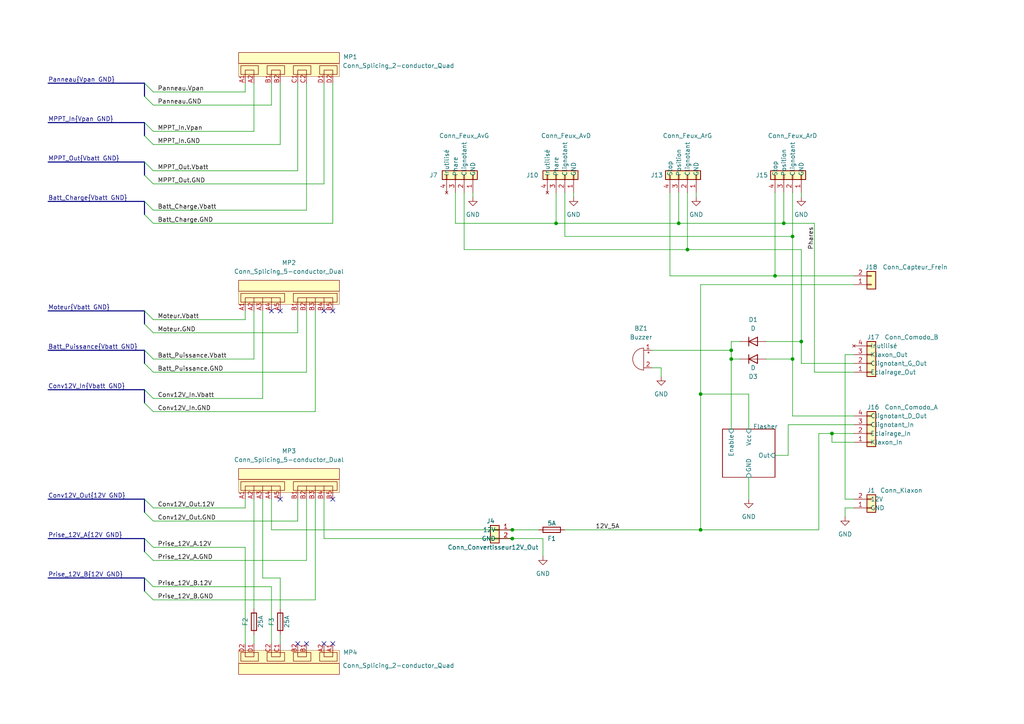
<source format=kicad_sch>
(kicad_sch (version 20211123) (generator eeschema)
  (paper "A4")
  (title_block (title "Boitier électrique vhéliotech") (date "2025-01-08") (company "Vélo solaire pour tous") (comment 1 "Licence CERN-OHL-S version 2"))
  (lib_symbols
    (symbol "Conn_Feux_Arriere_1" (pin_names (offset 1.016))
      (property "Reference" "J" (at 0 5.08 0))
      (property "Value" "Conn_Feux_Arriere_1" (at 0 -7.62 0))
      (symbol "Conn_Feux_Arriere_1_1_1"
        (rectangle (start -1.27 -4.953) (end 0 -5.207) (stroke (width 0.1524)))
        (rectangle (start -1.27 -2.413) (end 0 -2.667) (stroke (width 0.1524)))
        (rectangle (start -1.27 0.127) (end 0 -0.127) (stroke (width 0.1524)))
        (rectangle (start -1.27 2.667) (end 0 2.413) (stroke (width 0.1524)))
        (rectangle (start -1.27 3.81) (end 1.27 -6.35) (stroke (width 0.254)) (fill (type background)))
        (pin power_in line (at -5.08 2.54 0) (length 3.81) (name "GND") (number "1"))
        (pin passive line (at -5.08 0 0) (length 3.81) (name "Clignotant") (number "2"))
        (pin passive line (at -5.08 -2.54 0) (length 3.81) (name "Position") (number "3"))
        (pin passive line (at -5.08 -5.08 0) (length 3.81) (name "Stop") (number "4"))
      )
    )
    (symbol "Conn_Feux_Avant_1" (pin_names (offset 1.016))
      (property "Reference" "J" (at 0 5.08 0))
      (property "Value" "Conn_Feux_Avant_1" (at 0 -7.62 0))
      (symbol "Conn_Feux_Avant_1_1_1"
        (rectangle (start -1.27 -4.953) (end 0 -5.207) (stroke (width 0.1524)))
        (rectangle (start -1.27 -2.413) (end 0 -2.667) (stroke (width 0.1524)))
        (rectangle (start -1.27 0.127) (end 0 -0.127) (stroke (width 0.1524)))
        (rectangle (start -1.27 2.667) (end 0 2.413) (stroke (width 0.1524)))
        (rectangle (start -1.27 3.81) (end 1.27 -6.35) (stroke (width 0.254)) (fill (type background)))
        (pin power_in line (at -5.08 2.54 0) (length 3.81) (name "GND") (number "1"))
        (pin passive line (at -5.08 0 0) (length 3.81) (name "Clignotant") (number "2"))
        (pin passive line (at -5.08 -2.54 0) (length 3.81) (name "Phare") (number "3"))
        (pin no_connect line (at -5.08 -5.08 0) (length 3.81) (name "Inutilisé") (number "4"))
      )
    )
    (symbol "Connector_Generic:Conn_01x02" (pin_names (offset 1.016) hide)
      (property "Reference" "J" (at 0 2.54 0))
      (property "Value" "Conn_01x02" (at 0 -5.08 0))
      (symbol "Conn_01x02_1_1"
        (rectangle (start -1.27 -2.413) (end 0 -2.667) (stroke (width 0.1524)))
        (rectangle (start -1.27 0.127) (end 0 -0.127) (stroke (width 0.1524)))
        (rectangle (start -1.27 1.27) (end 1.27 -3.81) (stroke (width 0.254)) (fill (type background)))
        (pin passive line (at -5.08 0 0) (length 3.81) (name "Pin_1") (number "1"))
        (pin passive line (at -5.08 -2.54 0) (length 3.81) (name "Pin_2") (number "2"))
      )
    )
    (symbol "Device:Buzzer" (pin_names (offset 0.0254) hide)
      (property "Reference" "BZ" (at 3.81 1.27 0))
      (property "Value" "Buzzer" (at 3.81 -1.27 0))
      (symbol "Buzzer_0_1"
        (arc (start 0 -3.175) (mid 3.175 0) (end 0 3.175))
        (polyline (pts (xy -1.651 1.905) (xy -1.143 1.905)))
        (polyline (pts (xy -1.397 2.159) (xy -1.397 1.651)))
        (polyline (pts (xy 0 3.175) (xy 0 -3.175)))
      )
      (symbol "Buzzer_1_1"
        (pin passive line (at -2.54 2.54 0) (length 2.54) (name "-") (number "1"))
        (pin passive line (at -2.54 -2.54 0) (length 2.54) (name "+") (number "2"))
      )
    )
    (symbol "Device:D" (pin_numbers hide) (pin_names (offset 1.016) hide)
      (property "Reference" "D" (at 0 2.54 0))
      (property "Value" "D" (at 0 -2.54 0))
      (symbol "D_0_1"
        (polyline (pts (xy -1.27 1.27) (xy -1.27 -1.27)) (stroke (width 0.254)))
        (polyline (pts (xy 1.27 0) (xy -1.27 0)))
        (polyline (pts (xy 1.27 1.27) (xy 1.27 -1.27) (xy -1.27 0) (xy 1.27 1.27)) (stroke (width 0.254)))
      )
      (symbol "D_1_1"
        (pin passive line (at -3.81 0 0) (length 2.54) (name "K") (number "1"))
        (pin passive line (at 3.81 0 180) (length 2.54) (name "A") (number "2"))
      )
    )
    (symbol "circuit:Conn_Comodo_A" (pin_names (offset 1.016))
      (property "Reference" "J" (at 0 5.08 0))
      (property "Value" "Conn_Comodo_A" (at 0 -7.62 0))
      (symbol "Conn_Comodo_A_1_1"
        (rectangle (start -1.27 -4.953) (end 0 -5.207) (stroke (width 0.1524)))
        (rectangle (start -1.27 -2.413) (end 0 -2.667) (stroke (width 0.1524)))
        (rectangle (start -1.27 0.127) (end 0 -0.127) (stroke (width 0.1524)))
        (rectangle (start -1.27 2.667) (end 0 2.413) (stroke (width 0.1524)))
        (rectangle (start -1.27 3.81) (end 1.27 -6.35) (stroke (width 0.254)) (fill (type background)))
        (pin passive line (at -5.08 2.54 0) (length 3.81) (name "Klaxon_In") (number "1"))
        (pin passive line (at -5.08 0 0) (length 3.81) (name "Eclairage_In") (number "2"))
        (pin passive line (at -5.08 -2.54 0) (length 3.81) (name "Clignotant_In") (number "3"))
        (pin passive line (at -5.08 -5.08 0) (length 3.81) (name "Clignotant_D_Out") (number "4"))
      )
    )
    (symbol "circuit:Conn_Comodo_B" (pin_names (offset 1.016))
      (property "Reference" "J" (at 0 5.08 0))
      (property "Value" "Conn_Comodo_B" (at 0 -7.62 0))
      (symbol "Conn_Comodo_B_1_1"
        (rectangle (start -1.27 -4.953) (end 0 -5.207) (stroke (width 0.1524)))
        (rectangle (start -1.27 -2.413) (end 0 -2.667) (stroke (width 0.1524)))
        (rectangle (start -1.27 0.127) (end 0 -0.127) (stroke (width 0.1524)))
        (rectangle (start -1.27 2.667) (end 0 2.413) (stroke (width 0.1524)))
        (rectangle (start -1.27 3.81) (end 1.27 -6.35) (stroke (width 0.254)) (fill (type background)))
        (pin passive line (at -5.08 2.54 0) (length 3.81) (name "Eclairage_Out") (number "1"))
        (pin passive line (at -5.08 0 0) (length 3.81) (name "Clignotant_G_Out") (number "2"))
        (pin passive line (at -5.08 -2.54 0) (length 3.81) (name "Klaxon_Out") (number "3"))
        (pin no_connect line (at -5.08 -5.08 0) (length 3.81) (name "Inutilisé") (number "4"))
      )
    )
    (symbol "circuit:Conn_Convertisseur12V_Out" (pin_names (offset 1.016))
      (property "Reference" "J" (at 0 2.54 0))
      (property "Value" "Conn_Convertisseur12V_Out" (at 0 -5.08 0))
      (symbol "Conn_Convertisseur12V_Out_1_1"
        (rectangle (start -1.27 -2.413) (end 0 -2.667) (stroke (width 0.1524)))
        (rectangle (start -1.27 0.127) (end 0 -0.127) (stroke (width 0.1524)))
        (rectangle (start -1.27 1.27) (end 1.27 -3.81) (stroke (width 0.254)) (fill (type background)))
        (pin power_out line (at -5.08 0 0) (length 3.81) (name "12V") (number "1"))
        (pin power_out line (at -5.08 -2.54 0) (length 3.81) (name "GND") (number "2"))
      )
    )
    (symbol "circuit:Conn_Feux_Arriere" (pin_names (offset 1.016))
      (property "Reference" "J" (at 0 5.08 0))
      (property "Value" "Conn_Feux_Arriere" (at 0 -7.62 0))
      (symbol "Conn_Feux_Arriere_1_1"
        (rectangle (start -1.27 -4.953) (end 0 -5.207) (stroke (width 0.1524)))
        (rectangle (start -1.27 -2.413) (end 0 -2.667) (stroke (width 0.1524)))
        (rectangle (start -1.27 0.127) (end 0 -0.127) (stroke (width 0.1524)))
        (rectangle (start -1.27 2.667) (end 0 2.413) (stroke (width 0.1524)))
        (rectangle (start -1.27 3.81) (end 1.27 -6.35) (stroke (width 0.254)) (fill (type background)))
        (pin power_in line (at -5.08 2.54 0) (length 3.81) (name "GND") (number "1"))
        (pin passive line (at -5.08 0 0) (length 3.81) (name "Clignotant") (number "2"))
        (pin passive line (at -5.08 -2.54 0) (length 3.81) (name "Position") (number "3"))
        (pin passive line (at -5.08 -5.08 0) (length 3.81) (name "Stop") (number "4"))
      )
    )
    (symbol "circuit:Conn_Feux_Avant" (pin_names (offset 1.016))
      (property "Reference" "J" (at 0 5.08 0))
      (property "Value" "Conn_Feux_Avant" (at 0 -7.62 0))
      (symbol "Conn_Feux_Avant_1_1"
        (rectangle (start -1.27 -4.953) (end 0 -5.207) (stroke (width 0.1524)))
        (rectangle (start -1.27 -2.413) (end 0 -2.667) (stroke (width 0.1524)))
        (rectangle (start -1.27 0.127) (end 0 -0.127) (stroke (width 0.1524)))
        (rectangle (start -1.27 2.667) (end 0 2.413) (stroke (width 0.1524)))
        (rectangle (start -1.27 3.81) (end 1.27 -6.35) (stroke (width 0.254)) (fill (type background)))
        (pin power_in line (at -5.08 2.54 0) (length 3.81) (name "GND") (number "1"))
        (pin passive line (at -5.08 0 0) (length 3.81) (name "Clignotant") (number "2"))
        (pin passive line (at -5.08 -2.54 0) (length 3.81) (name "Phare") (number "3"))
        (pin no_connect line (at -5.08 -5.08 0) (length 3.81) (name "Inutilisé") (number "4"))
      )
    )
    (symbol "circuit:Conn_Klaxon" (pin_names (offset 1.016))
      (property "Reference" "J" (at 0 2.54 0))
      (property "Value" "Conn_Klaxon" (at 0 -5.08 0))
      (symbol "Conn_Klaxon_1_1"
        (rectangle (start -1.27 -2.413) (end 0 -2.667) (stroke (width 0.1524)))
        (rectangle (start -1.27 0.127) (end 0 -0.127) (stroke (width 0.1524)))
        (rectangle (start -1.27 1.27) (end 1.27 -3.81) (stroke (width 0.254)) (fill (type background)))
        (pin power_in line (at -5.08 0 0) (length 3.81) (name "GND") (number "1"))
        (pin passive line (at -5.08 -2.54 0) (length 3.81) (name "12V") (number "2"))
      )
    )
    (symbol "circuit:Conn_Splicing_2-conductor_Quad"
      (property "Reference" "MP" (at 0.635 11.43 0))
      (property "Value" "Conn_Splicing_2-conductor_Quad" (at 1.27 -21.59 0))
      (symbol "Conn_Splicing_2-conductor_Quad_0_1"
        (rectangle (start -3.175 9.525) (end 0.635 -19.685) (stroke (width 0.01)) (fill (type background)))
        (rectangle (start -2.54 -13.97) (end 0 -19.05))
        (rectangle (start -2.54 -6.35) (end 0 -11.43))
        (rectangle (start -2.54 1.27) (end 0 -3.81))
        (rectangle (start -2.54 8.89) (end 0 3.81))
        (polyline (pts (xy -2.54 -15.24) (xy -1.27 -15.24) (xy -1.27 -17.78) (xy -2.54 -17.78)))
        (polyline (pts (xy -2.54 -7.62) (xy -1.27 -7.62) (xy -1.27 -10.16) (xy -2.54 -10.16)))
        (polyline (pts (xy -2.54 0) (xy -1.27 0) (xy -1.27 -2.54) (xy -2.54 -2.54)))
        (polyline (pts (xy -2.54 7.62) (xy -1.27 7.62) (xy -1.27 5.08) (xy -2.54 5.08)))
        (rectangle (start 0.635 9.525) (end 3.81 -19.685) (fill (type background)))
      )
      (symbol "Conn_Splicing_2-conductor_Quad_1_1"
        (pin passive line (at -5.08 7.62 0) (length 2.54) (name "") (number "A1"))
        (pin passive line (at -5.08 5.08 0) (length 2.54) (name "") (number "A2"))
        (pin passive line (at -5.08 0 0) (length 2.54) (name "") (number "B1"))
        (pin passive line (at -5.08 -2.54 0) (length 2.54) (name "") (number "B2"))
        (pin passive line (at -5.08 -7.62 0) (length 2.54) (name "") (number "C1"))
        (pin passive line (at -5.08 -10.16 0) (length 2.54) (name "") (number "C2"))
        (pin passive line (at -5.08 -15.24 0) (length 2.54) (name "") (number "D1"))
        (pin passive line (at -5.08 -17.78 0) (length 2.54) (name "") (number "D2"))
      )
    )
    (symbol "circuit:Conn_Splicing_5-conductor_Dual"
      (property "Reference" "MP" (at 0.635 11.43 0))
      (property "Value" "Conn_Splicing_5-conductor_Dual" (at 1.27 -21.59 0))
      (symbol "Conn_Splicing_5-conductor_Dual_0_1"
        (rectangle (start -3.175 9.525) (end 0.635 -19.685) (stroke (width 0.01)) (fill (type background)))
        (rectangle (start -2.54 -6.35) (end 0 -19.05))
        (rectangle (start -2.54 8.89) (end 0 -3.81))
        (polyline (pts (xy -1.27 -15.24) (xy -2.54 -15.24)))
        (polyline (pts (xy -1.27 -12.7) (xy -2.54 -12.7)))
        (polyline (pts (xy -1.27 -10.16) (xy -2.54 -10.16)))
        (polyline (pts (xy -1.27 0) (xy -2.54 0)))
        (polyline (pts (xy -1.27 2.54) (xy -2.54 2.54)))
        (polyline (pts (xy -1.27 5.08) (xy -2.54 5.08)))
        (polyline (pts (xy -2.54 -7.62) (xy -1.27 -7.62) (xy -1.27 -17.78) (xy -2.54 -17.78)))
        (polyline (pts (xy -2.54 7.62) (xy -1.27 7.62) (xy -1.27 -2.54) (xy -2.54 -2.54)))
        (rectangle (start 0.635 9.525) (end 3.81 -19.685) (fill (type background)))
      )
      (symbol "Conn_Splicing_5-conductor_Dual_1_1"
        (pin passive line (at -5.08 7.62 0) (length 2.54) (name "") (number "A1"))
        (pin passive line (at -5.08 5.08 0) (length 2.54) (name "") (number "A2"))
        (pin passive line (at -5.08 2.54 0) (length 2.54) (name "") (number "A3"))
        (pin passive line (at -5.08 0 0) (length 2.54) (name "") (number "A4"))
        (pin passive line (at -5.08 -2.54 0) (length 2.54) (name "") (number "A5"))
        (pin passive line (at -5.08 -7.62 0) (length 2.54) (name "") (number "B1"))
        (pin passive line (at -5.08 -10.16 0) (length 2.54) (name "") (number "B2"))
        (pin passive line (at -5.08 -12.7 0) (length 2.54) (name "") (number "B3"))
        (pin passive line (at -5.08 -15.24 0) (length 2.54) (name "") (number "B4"))
        (pin passive line (at -5.08 -17.78 0) (length 2.54) (name "") (number "B5"))
      )
    )
    (symbol "circuit:Fuse" (pin_numbers hide) (pin_names (offset 0))
      (property "Reference" "F" (at 2.032 0 90))
      (property "Value" "Fuse" (at -1.905 0 90))
      (symbol "Fuse_0_1"
        (rectangle (start -0.762 -2.54) (end 0.762 2.54) (stroke (width 0.254)))
        (polyline (pts (xy 0 2.54) (xy 0 -2.54)))
      )
      (symbol "Fuse_1_1"
        (pin passive line (at 0 3.81 270) (length 1.27) (name "~") (number "1"))
        (pin passive line (at 0 -3.81 90) (length 1.27) (name "~") (number "2"))
      )
    )
    (symbol "power:GND" (power) (pin_names (offset 0))
      (property "Value" "GND" (at 0 -3.81 0))
      (symbol "GND_0_1"
        (polyline (pts (xy 0 0) (xy 0 -1.27) (xy 1.27 -1.27) (xy 0 -2.54) (xy -1.27 -1.27) (xy 0 -1.27)))
      )
      (symbol "GND_1_1"
        (pin power_in line (at 0 0 270) (length 0) hide (name "GND") (number "1"))
      )
    )
  )
  (junction (at 148.59 156.21))
  (junction (at 199.39 72.39))
  (junction (at 161.29 64.77))
  (junction (at 196.85 64.77))
  (junction (at 224.79 80.01))
  (junction (at 241.3 125.73))
  (junction (at 229.87 104.14))
  (junction (at 203.2 114.3))
  (junction (at 227.33 64.77))
  (junction (at 212.09 101.6))
  (junction (at 229.87 68.58))
  (junction (at 212.09 104.14))
  (junction (at 203.2 153.67))
  (junction (at 148.59 153.67))
  (junction (at 232.41 99.06))
  (no_connect (at 96.52 186.69))
  (no_connect (at 93.98 90.17))
  (no_connect (at 96.52 144.78))
  (no_connect (at 96.52 90.17))
  (no_connect (at 78.74 90.17))
  (no_connect (at 88.9 186.69))
  (no_connect (at 93.98 186.69))
  (no_connect (at 86.36 186.69))
  (no_connect (at 81.28 144.78))
  (no_connect (at 81.28 90.17))
  (bus_entry (at 41.91 35.56) (size 2.54 2.54))
  (bus_entry (at 41.91 105.41) (size 2.54 2.54))
  (bus_entry (at 41.91 144.78) (size 2.54 2.54))
  (bus_entry (at 41.91 58.42) (size 2.54 2.54))
  (bus_entry (at 41.91 116.84) (size 2.54 2.54))
  (bus_entry (at 41.91 62.23) (size 2.54 2.54))
  (bus_entry (at 41.91 24.13) (size 2.54 2.54))
  (bus_entry (at 41.91 50.8) (size 2.54 2.54))
  (bus_entry (at 41.91 167.64) (size 2.54 2.54))
  (bus_entry (at 41.91 46.99) (size 2.54 2.54))
  (bus_entry (at 41.91 156.21) (size 2.54 2.54))
  (bus_entry (at 41.91 93.98) (size 2.54 2.54))
  (bus_entry (at 41.91 113.03) (size 2.54 2.54))
  (bus_entry (at 41.91 171.45) (size 2.54 2.54))
  (bus_entry (at 41.91 90.17) (size 2.54 2.54))
  (bus_entry (at 41.91 148.59) (size 2.54 2.54))
  (bus_entry (at 41.91 27.94) (size 2.54 2.54))
  (bus_entry (at 41.91 160.02) (size 2.54 2.54))
  (bus_entry (at 41.91 101.6) (size 2.54 2.54))
  (bus_entry (at 41.91 39.37) (size 2.54 2.54))
  (wire (pts (xy 189.23 101.6) (xy 212.09 101.6)))
  (wire (pts (xy 217.17 138.43) (xy 217.17 144.78)))
  (wire (pts (xy 71.12 147.32) (xy 71.12 144.78)))
  (wire (pts (xy 247.65 147.32) (xy 245.11 147.32)))
  (bus (pts (xy 41.91 35.56) (xy 41.91 39.37)))
  (wire (pts (xy 88.9 162.56) (xy 88.9 144.78)))
  (wire (pts (xy 228.6 123.19) (xy 228.6 132.08)))
  (wire (pts (xy 222.25 99.06) (xy 232.41 99.06)))
  (wire (pts (xy 161.29 64.77) (xy 132.08 64.77)))
  (wire (pts (xy 212.09 104.14) (xy 212.09 124.46)))
  (bus (pts (xy 13.97 24.13) (xy 41.91 24.13)))
  (wire (pts (xy 44.45 162.56) (xy 88.9 162.56)))
  (bus (pts (xy 41.91 144.78) (xy 41.91 148.59)))
  (wire (pts (xy 44.45 158.75) (xy 71.12 158.75)))
  (wire (pts (xy 227.33 55.88) (xy 227.33 64.77)))
  (wire (pts (xy 44.45 170.18) (xy 78.74 170.18)))
  (wire (pts (xy 199.39 55.88) (xy 199.39 72.39)))
  (wire (pts (xy 88.9 60.96) (xy 88.9 24.13)))
  (wire (pts (xy 229.87 68.58) (xy 163.83 68.58)))
  (wire (pts (xy 44.45 147.32) (xy 71.12 147.32)))
  (wire (pts (xy 73.66 144.78) (xy 73.66 176.53)))
  (wire (pts (xy 237.49 153.67) (xy 237.49 125.73)))
  (wire (pts (xy 81.28 167.64) (xy 81.28 176.53)))
  (wire (pts (xy 44.45 30.48) (xy 78.74 30.48)))
  (wire (pts (xy 137.16 55.88) (xy 137.16 57.15)))
  (wire (pts (xy 161.29 55.88) (xy 161.29 64.77)))
  (wire (pts (xy 241.3 128.27) (xy 241.3 125.73)))
  (wire (pts (xy 44.45 26.67) (xy 71.12 26.67)))
  (wire (pts (xy 71.12 92.71) (xy 71.12 90.17)))
  (wire (pts (xy 245.11 144.78) (xy 247.65 144.78)))
  (wire (pts (xy 86.36 96.52) (xy 86.36 90.17)))
  (wire (pts (xy 247.65 120.65) (xy 229.87 120.65)))
  (wire (pts (xy 91.44 173.99) (xy 91.44 144.78)))
  (bus (pts (xy 13.97 144.78) (xy 41.91 144.78)))
  (wire (pts (xy 78.74 186.69) (xy 78.74 170.18)))
  (bus (pts (xy 13.97 156.21) (xy 41.91 156.21)))
  (wire (pts (xy 203.2 114.3) (xy 217.17 114.3)))
  (bus (pts (xy 13.97 58.42) (xy 41.91 58.42)))
  (bus (pts (xy 13.97 35.56) (xy 41.91 35.56)))
  (wire (pts (xy 245.11 102.87) (xy 245.11 144.78)))
  (wire (pts (xy 73.66 184.15) (xy 73.66 186.69)))
  (wire (pts (xy 203.2 114.3) (xy 203.2 153.67)))
  (wire (pts (xy 224.79 80.01) (xy 224.79 55.88)))
  (wire (pts (xy 148.59 156.21) (xy 157.48 156.21)))
  (wire (pts (xy 163.83 153.67) (xy 203.2 153.67)))
  (wire (pts (xy 191.77 109.22) (xy 191.77 106.68)))
  (wire (pts (xy 201.93 55.88) (xy 201.93 57.15)))
  (wire (pts (xy 236.22 64.77) (xy 236.22 107.95)))
  (wire (pts (xy 81.28 184.15) (xy 81.28 186.69)))
  (wire (pts (xy 78.74 30.48) (xy 78.74 24.13)))
  (wire (pts (xy 212.09 99.06) (xy 212.09 101.6)))
  (wire (pts (xy 78.74 153.67) (xy 78.74 144.78)))
  (wire (pts (xy 44.45 53.34) (xy 93.98 53.34)))
  (wire (pts (xy 194.31 80.01) (xy 194.31 55.88)))
  (wire (pts (xy 229.87 104.14) (xy 229.87 120.65)))
  (wire (pts (xy 228.6 123.19) (xy 247.65 123.19)))
  (wire (pts (xy 134.62 72.39) (xy 134.62 55.88)))
  (wire (pts (xy 245.11 102.87) (xy 247.65 102.87)))
  (wire (pts (xy 222.25 104.14) (xy 229.87 104.14)))
  (bus (pts (xy 13.97 113.03) (xy 41.91 113.03)))
  (bus (pts (xy 41.91 101.6) (xy 41.91 105.41)))
  (bus (pts (xy 41.91 46.99) (xy 41.91 50.8)))
  (wire (pts (xy 88.9 107.95) (xy 88.9 90.17)))
  (wire (pts (xy 212.09 101.6) (xy 212.09 104.14)))
  (wire (pts (xy 212.09 104.14) (xy 214.63 104.14)))
  (bus (pts (xy 41.91 24.13) (xy 41.91 27.94)))
  (wire (pts (xy 86.36 151.13) (xy 86.36 144.78)))
  (wire (pts (xy 44.45 107.95) (xy 88.9 107.95)))
  (wire (pts (xy 76.2 144.78) (xy 76.2 167.64)))
  (wire (pts (xy 232.41 99.06) (xy 232.41 105.41)))
  (wire (pts (xy 203.2 82.55) (xy 247.65 82.55)))
  (wire (pts (xy 86.36 49.53) (xy 86.36 24.13)))
  (wire (pts (xy 148.59 153.67) (xy 78.74 153.67)))
  (wire (pts (xy 44.45 41.91) (xy 81.28 41.91)))
  (wire (pts (xy 237.49 125.73) (xy 241.3 125.73)))
  (wire (pts (xy 76.2 115.57) (xy 76.2 90.17)))
  (wire (pts (xy 161.29 64.77) (xy 196.85 64.77)))
  (wire (pts (xy 196.85 55.88) (xy 196.85 64.77)))
  (wire (pts (xy 93.98 156.21) (xy 93.98 144.78)))
  (wire (pts (xy 81.28 41.91) (xy 81.28 24.13)))
  (wire (pts (xy 203.2 82.55) (xy 203.2 114.3)))
  (wire (pts (xy 214.63 99.06) (xy 212.09 99.06)))
  (bus (pts (xy 41.91 167.64) (xy 41.91 171.45)))
  (wire (pts (xy 44.45 119.38) (xy 91.44 119.38)))
  (wire (pts (xy 73.66 104.14) (xy 73.66 90.17)))
  (wire (pts (xy 44.45 64.77) (xy 96.52 64.77)))
  (wire (pts (xy 241.3 125.73) (xy 247.65 125.73)))
  (wire (pts (xy 44.45 151.13) (xy 86.36 151.13)))
  (wire (pts (xy 199.39 72.39) (xy 134.62 72.39)))
  (wire (pts (xy 247.65 128.27) (xy 241.3 128.27)))
  (wire (pts (xy 44.45 49.53) (xy 86.36 49.53)))
  (wire (pts (xy 91.44 119.38) (xy 91.44 90.17)))
  (wire (pts (xy 44.45 115.57) (xy 76.2 115.57)))
  (wire (pts (xy 157.48 156.21) (xy 157.48 161.29)))
  (wire (pts (xy 232.41 72.39) (xy 232.41 99.06)))
  (wire (pts (xy 245.11 147.32) (xy 245.11 149.86)))
  (wire (pts (xy 73.66 38.1) (xy 73.66 24.13)))
  (wire (pts (xy 203.2 153.67) (xy 237.49 153.67)))
  (wire (pts (xy 224.79 80.01) (xy 194.31 80.01)))
  (wire (pts (xy 163.83 68.58) (xy 163.83 55.88)))
  (wire (pts (xy 44.45 92.71) (xy 71.12 92.71)))
  (wire (pts (xy 71.12 26.67) (xy 71.12 24.13)))
  (wire (pts (xy 224.79 80.01) (xy 247.65 80.01)))
  (bus (pts (xy 13.97 167.64) (xy 41.91 167.64)))
  (wire (pts (xy 236.22 107.95) (xy 247.65 107.95)))
  (wire (pts (xy 44.45 60.96) (xy 88.9 60.96)))
  (wire (pts (xy 44.45 96.52) (xy 86.36 96.52)))
  (bus (pts (xy 41.91 90.17) (xy 41.91 93.98)))
  (wire (pts (xy 229.87 68.58) (xy 229.87 104.14)))
  (wire (pts (xy 44.45 173.99) (xy 91.44 173.99)))
  (wire (pts (xy 96.52 64.77) (xy 96.52 24.13)))
  (bus (pts (xy 13.97 46.99) (xy 41.91 46.99)))
  (bus (pts (xy 13.97 101.6) (xy 41.91 101.6)))
  (wire (pts (xy 199.39 72.39) (xy 232.41 72.39)))
  (bus (pts (xy 41.91 58.42) (xy 41.91 62.23)))
  (wire (pts (xy 229.87 55.88) (xy 229.87 68.58)))
  (wire (pts (xy 166.37 55.88) (xy 166.37 57.15)))
  (wire (pts (xy 44.45 104.14) (xy 73.66 104.14)))
  (bus (pts (xy 41.91 156.21) (xy 41.91 160.02)))
  (wire (pts (xy 224.79 132.08) (xy 228.6 132.08)))
  (bus (pts (xy 13.97 90.17) (xy 41.91 90.17)))
  (wire (pts (xy 191.77 106.68) (xy 189.23 106.68)))
  (wire (pts (xy 232.41 105.41) (xy 247.65 105.41)))
  (wire (pts (xy 232.41 55.88) (xy 232.41 57.15)))
  (wire (pts (xy 44.45 38.1) (xy 73.66 38.1)))
  (wire (pts (xy 217.17 114.3) (xy 217.17 124.46)))
  (wire (pts (xy 196.85 64.77) (xy 227.33 64.77)))
  (wire (pts (xy 76.2 167.64) (xy 81.28 167.64)))
  (wire (pts (xy 148.59 156.21) (xy 93.98 156.21)))
  (wire (pts (xy 227.33 64.77) (xy 236.22 64.77)))
  (bus (pts (xy 41.91 113.03) (xy 41.91 116.84)))
  (wire (pts (xy 71.12 186.69) (xy 71.12 158.75)))
  (wire (pts (xy 148.59 153.67) (xy 156.21 153.67)))
  (wire (pts (xy 132.08 64.77) (xy 132.08 55.88)))
  (wire (pts (xy 93.98 53.34) (xy 93.98 24.13)))
  (label "Panneau.Vpan" (at 45.72 26.67 0))
  (label "Panneau.GND" (at 45.72 30.48 0))
  (label "Conv12V_In.Vbatt" (at 45.72 115.57 0))
  (label "Batt_Charge{Vbatt GND}" (at 13.97 58.42 0))
  (label "MPPT_Out{Vbatt GND}" (at 13.97 46.99 0))
  (label "Moteur.GND" (at 45.72 96.52 0))
  (label "Batt_Puissance.Vbatt" (at 45.72 104.14 0))
  (label "Panneau{Vpan GND}" (at 13.97 24.13 0))
  (label "Moteur.Vbatt" (at 45.72 92.71 0))
  (label "Phares" (at 236.22 72.39 90))
  (label "Conv12V_Out.GND" (at 45.72 151.13 0))
  (label "Batt_Charge.GND" (at 45.72 64.77 0))
  (label "Conv12V_Out{12V GND}" (at 13.97 144.78 0))
  (label "MPPT_In{Vpan GND}" (at 13.97 35.56 0))
  (label "Batt_Charge.Vbatt" (at 45.72 60.96 0))
  (label "Prise_12V_B{12V GND}" (at 13.97 167.64 0))
  (label "Conv12V_In{Vbatt GND}" (at 13.97 113.03 0))
  (label "Prise_12V_A.GND" (at 45.72 162.56 0))
  (label "MPPT_In.GND" (at 45.72 41.91 0))
  (label "12V_5A" (at 172.72 153.67 0))
  (label "Batt_Puissance.GND" (at 45.72 107.95 0))
  (label "Conv12V_In.GND" (at 45.72 119.38 0))
  (label "Batt_Puissance{Vbatt GND}" (at 13.97 101.6 0))
  (label "Prise_12V_A.12V" (at 45.72 158.75 0))
  (label "Moteur{Vbatt GND}" (at 13.97 90.17 0))
  (label "Prise_12V_A{12V GND}" (at 13.97 156.21 0))
  (label "Prise_12V_B.12V" (at 45.72 170.18 0))
  (label "MPPT_Out.GND" (at 45.72 53.34 0))
  (label "MPPT_Out.Vbatt" (at 45.72 49.53 0))
  (label "MPPT_In.Vpan" (at 45.72 38.1 0))
  (label "Conv12V_Out.12V" (at 45.72 147.32 0))
  (label "Prise_12V_B.GND" (at 45.72 173.99 0))
  (symbol (lib_id "power:GND") (at 245.11 149.86 0) (unit 1)
    (property "Reference" "#PWR0102" (effects hide))
    (property "Value" "GND" (at 245.11 154.94 0))
  )
  (symbol (lib_id "power:GND") (at 157.48 161.29 0) (unit 1)
    (property "Reference" "#PWR0107" (effects hide))
    (property "Value" "GND" (at 157.48 166.37 0))
  )
  (symbol (lib_id "circuit:Conn_Feux_Avant") (at 163.83 50.8 270) (mirror x) (unit 1)
    (property "Reference" "J10" (at 156.21 50.8 90) (effects (justify right)))
    (property "Value" "Conn_Feux_AvD" (at 171.45 39.37 90) (effects (justify right)))
    (property "Footprint" "circuit:TerminalBlock_Wago_2601-3104_1x04_P3.50mm_Vertical" (effects hide))
  )
  (symbol (lib_id "circuit:Fuse") (at 73.66 180.34 180) (unit 1) (on_board no)
    (property "Reference" "F2" (at 71.12 180.34 90))
    (property "Value" "25A" (at 75.565 180.34 90))
    (property "Footprint" "circuit:Littelfuse_FuseHolder_FL1_178.6764.0001" (effects hide))
  )
  (symbol (lib_id "circuit:Conn_Klaxon") (at 252.73 147.32 0) (mirror x) (unit 1)
    (property "Reference" "J1" (at 251.46 142.24 0) (effects (justify left)))
    (property "Value" "Conn_Klaxon" (at 255.27 142.24 0) (effects (justify left)))
    (property "Footprint" "circuit:TerminalBlock_Wago_2601-3102_1x02_P3.50mm_Vertical" (effects hide))
  )
  (symbol (lib_id "Device:D") (at 218.44 99.06 0) (unit 1)
    (property "Reference" "D1" (at 218.44 92.71 0))
    (property "Value" "D" (at 218.44 95.25 0))
    (property "Footprint" "Diode_THT:D_DO-35_SOD27_P7.62mm_Horizontal" (effects hide))
  )
  (symbol (lib_id "power:GND") (at 232.41 57.15 0) (unit 1)
    (property "Reference" "#PWR0103" (effects hide))
    (property "Value" "GND" (at 232.41 62.23 0))
  )
  (symbol (lib_id "circuit:Conn_Splicing_5-conductor_Dual") (at 78.74 85.09 90) (unit 1)
    (property "Reference" "MP2" (at 83.82 76.2 90))
    (property "Value" "Conn_Splicing_5-conductor_Dual" (at 83.82 78.74 90))
    (property "Footprint" "circuit:Wago_221-500_SplicingConnectorHolder" (effects hide))
  )
  (symbol (lib_name "Conn_Feux_Arriere_1") (lib_id "circuit:Conn_Feux_Arriere") (at 199.39 50.8 270) (mirror x) (unit 1)
    (property "Reference" "J13" (at 190.5 50.8 90))
    (property "Value" "Conn_Feux_ArG" (at 199.39 39.37 90))
    (property "Footprint" "circuit:TerminalBlock_Wago_2601-3104_1x04_P3.50mm_Vertical" (effects hide))
  )
  (symbol (lib_id "Device:Buzzer") (at 186.69 104.14 0) (mirror y) (unit 1)
    (property "Reference" "BZ1" (at 185.928 95.25 0))
    (property "Value" "Buzzer" (at 185.928 97.79 0))
    (property "Footprint" "circuit:Buzzer_25x16_12.5" (effects hide))
  )
  (symbol (lib_id "circuit:Conn_Convertisseur12V_Out") (at 143.51 153.67 0) (mirror y) (unit 1)
    (property "Reference" "J4" (at 143.51 151.13 0) (effects (justify left)))
    (property "Value" "Conn_Convertisseur12V_Out" (at 156.21 158.75 0) (effects (justify left)))
    (property "Footprint" "circuit:TerminalBlock_Wago_2601-3102_1x02_P3.50mm_Vertical" (effects hide))
  )
  (symbol (lib_id "circuit:Conn_Splicing_2-conductor_Quad") (at 78.74 19.05 90) (unit 1)
    (property "Reference" "MP1" (at 101.6 16.51 90))
    (property "Value" "Conn_Splicing_2-conductor_Quad" (at 115.57 19.05 90))
    (property "Footprint" "circuit:Wago_221-500_SplicingConnectorHolder" (effects hide))
  )
  (symbol (lib_id "circuit:Conn_Comodo_A") (at 252.73 125.73 0) (mirror x) (unit 1)
    (property "Reference" "J16" (at 251.46 118.11 0) (effects (justify left)))
    (property "Value" "Conn_Comodo_A" (at 256.54 118.11 0) (effects (justify left)))
    (property "Footprint" "circuit:TerminalBlock_Wago_2601-3104_1x04_P3.50mm_Vertical" (effects hide))
  )
  (symbol (lib_id "circuit:Conn_Splicing_5-conductor_Dual") (at 78.74 139.7 90) (unit 1)
    (property "Reference" "MP3" (at 83.82 130.81 90))
    (property "Value" "Conn_Splicing_5-conductor_Dual" (at 83.82 133.35 90))
    (property "Footprint" "circuit:Wago_221-500_SplicingConnectorHolder" (effects hide))
  )
  (symbol (lib_id "power:GND") (at 191.77 109.22 0) (unit 1)
    (property "Reference" "#PWR01" (effects hide))
    (property "Value" "GND" (at 191.77 114.3 0))
  )
  (symbol (lib_id "circuit:Conn_Comodo_B") (at 252.73 105.41 0) (mirror x) (unit 1)
    (property "Reference" "J17" (at 251.46 97.79 0) (effects (justify left)))
    (property "Value" "Conn_Comodo_B" (at 256.54 97.79 0) (effects (justify left)))
    (property "Footprint" "circuit:TerminalBlock_Wago_2601-3104_1x04_P3.50mm_Vertical" (effects hide))
  )
  (symbol (lib_id "circuit:Fuse") (at 160.02 153.67 270) (unit 1)
    (property "Reference" "F1" (at 160.02 156.21 90))
    (property "Value" "5A" (at 160.02 151.765 90))
    (property "Footprint" "circuit:Generic_FuseHolder_MINI" (effects hide))
  )
  (symbol (lib_id "circuit:Fuse") (at 81.28 180.34 180) (unit 1) (on_board no)
    (property "Reference" "F3" (at 78.74 180.34 90))
    (property "Value" "25A" (at 83.185 180.34 90))
    (property "Footprint" "circuit:Littelfuse_FuseHolder_FL1_178.6764.0001" (effects hide))
  )
  (symbol (lib_id "power:GND") (at 201.93 57.15 0) (unit 1)
    (property "Reference" "#PWR0104" (effects hide))
    (property "Value" "GND" (at 201.93 62.23 0))
  )
  (symbol (lib_id "Device:D") (at 218.44 104.14 0) (unit 1)
    (property "Reference" "D3" (at 218.44 109.22 0))
    (property "Value" "D" (at 218.44 106.68 0))
    (property "Footprint" "Diode_THT:D_DO-35_SOD27_P7.62mm_Horizontal" (effects hide))
  )
  (symbol (lib_id "circuit:Conn_Feux_Arriere") (at 229.87 50.8 270) (mirror x) (unit 1)
    (property "Reference" "J15" (at 220.98 50.8 90))
    (property "Value" "Conn_Feux_ArD" (at 229.87 39.37 90))
    (property "Footprint" "circuit:TerminalBlock_Wago_2601-3104_1x04_P3.50mm_Vertical" (effects hide))
  )
  (symbol (lib_name "Conn_Feux_Avant_1") (lib_id "circuit:Conn_Feux_Avant") (at 134.62 50.8 270) (mirror x) (unit 1)
    (property "Reference" "J7" (at 125.73 50.8 90))
    (property "Value" "Conn_Feux_AvG" (at 134.62 39.37 90))
    (property "Footprint" "circuit:TerminalBlock_Wago_2601-3104_1x04_P3.50mm_Vertical" (effects hide))
  )
  (symbol (lib_id "power:GND") (at 166.37 57.15 0) (unit 1)
    (property "Reference" "#PWR0105" (effects hide))
    (property "Value" "GND" (at 166.37 62.23 0))
  )
  (symbol (lib_id "Connector_Generic:Conn_01x02") (at 252.73 82.55 0) (mirror x) (unit 1)
    (property "Reference" "J18" (at 252.73 77.47 0))
    (property "Value" "Conn_Capteur_Frein" (at 265.43 77.47 0))
    (property "Footprint" "circuit:TerminalBlock_Wago_2601-3102_1x02_P3.50mm_Vertical" (effects hide))
  )
  (symbol (lib_id "power:GND") (at 137.16 57.15 0) (unit 1)
    (property "Reference" "#PWR0106" (effects hide))
    (property "Value" "GND" (at 137.16 62.23 0))
  )
  (symbol (lib_id "circuit:Conn_Splicing_2-conductor_Quad") (at 88.9 191.77 270) (unit 1)
    (property "Reference" "MP4" (at 101.6 189.23 90))
    (property "Value" "Conn_Splicing_2-conductor_Quad" (at 115.57 193.04 90))
    (property "Footprint" "circuit:Wago_221-500_SplicingConnectorHolder" (effects hide))
  )
  (symbol (lib_id "power:GND") (at 217.17 144.78 0) (unit 1)
    (property "Reference" "#PWR0101" (effects hide))
    (property "Value" "GND" (at 217.17 149.86 0))
  )
  (sheet (at 209.55 124.46) (size 15.24 13.97) (stroke (width 0.1524))
    (property "Sheet name" "Flasher" (at 218.44 124.46 0) (effects (justify left bottom)))
    (property "Sheet file" "flasher.kicad_sch" (effects hide))
    (pin "Vcc" input (at 217.17 124.46 90))
    (pin "GND" input (at 217.17 138.43 270))
    (pin "Out" input (at 224.79 132.08 0))
    (pin "Enable" input (at 212.09 124.46 90))
  )
)
</source>
